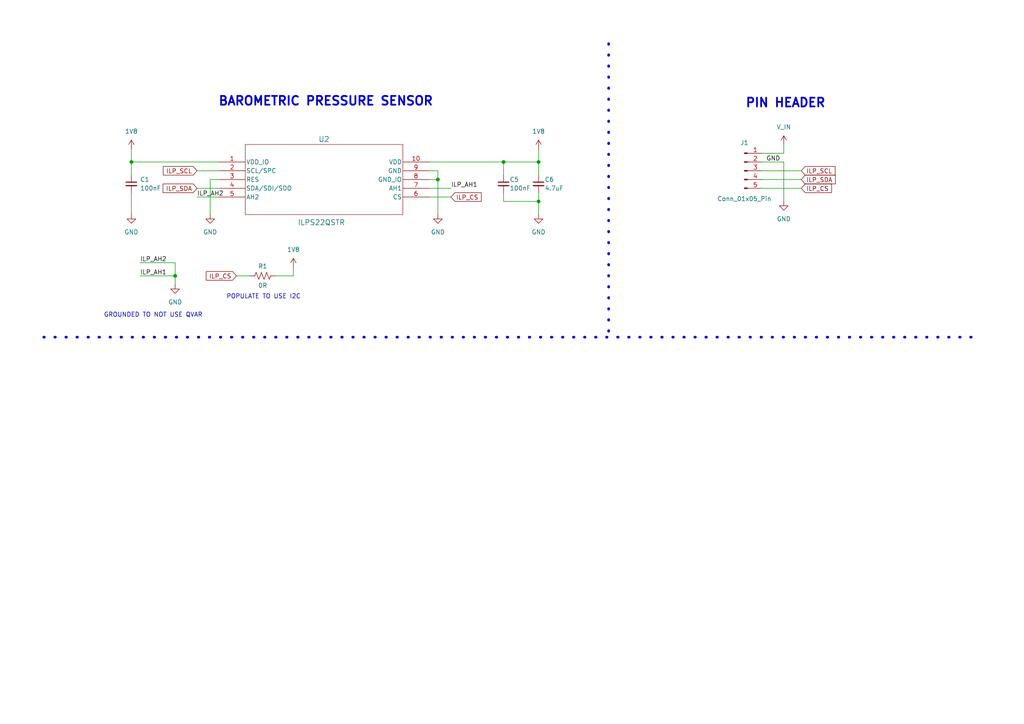
<source format=kicad_sch>
(kicad_sch
	(version 20231120)
	(generator "eeschema")
	(generator_version "8.0")
	(uuid "5690a5fb-50fb-4645-90f0-52ecc29482ab")
	(paper "A4")
	(lib_symbols
		(symbol "Connector:Conn_01x05_Pin"
			(pin_names
				(offset 1.016) hide)
			(exclude_from_sim no)
			(in_bom yes)
			(on_board yes)
			(property "Reference" "J"
				(at 0 7.62 0)
				(effects
					(font
						(size 1.27 1.27)
					)
				)
			)
			(property "Value" "Conn_01x05_Pin"
				(at 0 -7.62 0)
				(effects
					(font
						(size 1.27 1.27)
					)
				)
			)
			(property "Footprint" ""
				(at 0 0 0)
				(effects
					(font
						(size 1.27 1.27)
					)
					(hide yes)
				)
			)
			(property "Datasheet" "~"
				(at 0 0 0)
				(effects
					(font
						(size 1.27 1.27)
					)
					(hide yes)
				)
			)
			(property "Description" "Generic connector, single row, 01x05, script generated"
				(at 0 0 0)
				(effects
					(font
						(size 1.27 1.27)
					)
					(hide yes)
				)
			)
			(property "ki_locked" ""
				(at 0 0 0)
				(effects
					(font
						(size 1.27 1.27)
					)
				)
			)
			(property "ki_keywords" "connector"
				(at 0 0 0)
				(effects
					(font
						(size 1.27 1.27)
					)
					(hide yes)
				)
			)
			(property "ki_fp_filters" "Connector*:*_1x??_*"
				(at 0 0 0)
				(effects
					(font
						(size 1.27 1.27)
					)
					(hide yes)
				)
			)
			(symbol "Conn_01x05_Pin_1_1"
				(polyline
					(pts
						(xy 1.27 -5.08) (xy 0.8636 -5.08)
					)
					(stroke
						(width 0.1524)
						(type default)
					)
					(fill
						(type none)
					)
				)
				(polyline
					(pts
						(xy 1.27 -2.54) (xy 0.8636 -2.54)
					)
					(stroke
						(width 0.1524)
						(type default)
					)
					(fill
						(type none)
					)
				)
				(polyline
					(pts
						(xy 1.27 0) (xy 0.8636 0)
					)
					(stroke
						(width 0.1524)
						(type default)
					)
					(fill
						(type none)
					)
				)
				(polyline
					(pts
						(xy 1.27 2.54) (xy 0.8636 2.54)
					)
					(stroke
						(width 0.1524)
						(type default)
					)
					(fill
						(type none)
					)
				)
				(polyline
					(pts
						(xy 1.27 5.08) (xy 0.8636 5.08)
					)
					(stroke
						(width 0.1524)
						(type default)
					)
					(fill
						(type none)
					)
				)
				(rectangle
					(start 0.8636 -4.953)
					(end 0 -5.207)
					(stroke
						(width 0.1524)
						(type default)
					)
					(fill
						(type outline)
					)
				)
				(rectangle
					(start 0.8636 -2.413)
					(end 0 -2.667)
					(stroke
						(width 0.1524)
						(type default)
					)
					(fill
						(type outline)
					)
				)
				(rectangle
					(start 0.8636 0.127)
					(end 0 -0.127)
					(stroke
						(width 0.1524)
						(type default)
					)
					(fill
						(type outline)
					)
				)
				(rectangle
					(start 0.8636 2.667)
					(end 0 2.413)
					(stroke
						(width 0.1524)
						(type default)
					)
					(fill
						(type outline)
					)
				)
				(rectangle
					(start 0.8636 5.207)
					(end 0 4.953)
					(stroke
						(width 0.1524)
						(type default)
					)
					(fill
						(type outline)
					)
				)
				(pin passive line
					(at 5.08 5.08 180)
					(length 3.81)
					(name "Pin_1"
						(effects
							(font
								(size 1.27 1.27)
							)
						)
					)
					(number "1"
						(effects
							(font
								(size 1.27 1.27)
							)
						)
					)
				)
				(pin passive line
					(at 5.08 2.54 180)
					(length 3.81)
					(name "Pin_2"
						(effects
							(font
								(size 1.27 1.27)
							)
						)
					)
					(number "2"
						(effects
							(font
								(size 1.27 1.27)
							)
						)
					)
				)
				(pin passive line
					(at 5.08 0 180)
					(length 3.81)
					(name "Pin_3"
						(effects
							(font
								(size 1.27 1.27)
							)
						)
					)
					(number "3"
						(effects
							(font
								(size 1.27 1.27)
							)
						)
					)
				)
				(pin passive line
					(at 5.08 -2.54 180)
					(length 3.81)
					(name "Pin_4"
						(effects
							(font
								(size 1.27 1.27)
							)
						)
					)
					(number "4"
						(effects
							(font
								(size 1.27 1.27)
							)
						)
					)
				)
				(pin passive line
					(at 5.08 -5.08 180)
					(length 3.81)
					(name "Pin_5"
						(effects
							(font
								(size 1.27 1.27)
							)
						)
					)
					(number "5"
						(effects
							(font
								(size 1.27 1.27)
							)
						)
					)
				)
			)
		)
		(symbol "Device:C_Small"
			(pin_numbers hide)
			(pin_names
				(offset 0.254) hide)
			(exclude_from_sim no)
			(in_bom yes)
			(on_board yes)
			(property "Reference" "C"
				(at 0.254 1.778 0)
				(effects
					(font
						(size 1.27 1.27)
					)
					(justify left)
				)
			)
			(property "Value" "C_Small"
				(at 0.254 -2.032 0)
				(effects
					(font
						(size 1.27 1.27)
					)
					(justify left)
				)
			)
			(property "Footprint" ""
				(at 0 0 0)
				(effects
					(font
						(size 1.27 1.27)
					)
					(hide yes)
				)
			)
			(property "Datasheet" "~"
				(at 0 0 0)
				(effects
					(font
						(size 1.27 1.27)
					)
					(hide yes)
				)
			)
			(property "Description" "Unpolarized capacitor, small symbol"
				(at 0 0 0)
				(effects
					(font
						(size 1.27 1.27)
					)
					(hide yes)
				)
			)
			(property "ki_keywords" "capacitor cap"
				(at 0 0 0)
				(effects
					(font
						(size 1.27 1.27)
					)
					(hide yes)
				)
			)
			(property "ki_fp_filters" "C_*"
				(at 0 0 0)
				(effects
					(font
						(size 1.27 1.27)
					)
					(hide yes)
				)
			)
			(symbol "C_Small_0_1"
				(polyline
					(pts
						(xy -1.524 -0.508) (xy 1.524 -0.508)
					)
					(stroke
						(width 0.3302)
						(type default)
					)
					(fill
						(type none)
					)
				)
				(polyline
					(pts
						(xy -1.524 0.508) (xy 1.524 0.508)
					)
					(stroke
						(width 0.3048)
						(type default)
					)
					(fill
						(type none)
					)
				)
			)
			(symbol "C_Small_1_1"
				(pin passive line
					(at 0 2.54 270)
					(length 2.032)
					(name "~"
						(effects
							(font
								(size 1.27 1.27)
							)
						)
					)
					(number "1"
						(effects
							(font
								(size 1.27 1.27)
							)
						)
					)
				)
				(pin passive line
					(at 0 -2.54 90)
					(length 2.032)
					(name "~"
						(effects
							(font
								(size 1.27 1.27)
							)
						)
					)
					(number "2"
						(effects
							(font
								(size 1.27 1.27)
							)
						)
					)
				)
			)
		)
		(symbol "Device:R_US"
			(pin_numbers hide)
			(pin_names
				(offset 0)
			)
			(exclude_from_sim no)
			(in_bom yes)
			(on_board yes)
			(property "Reference" "R"
				(at 2.54 0 90)
				(effects
					(font
						(size 1.27 1.27)
					)
				)
			)
			(property "Value" "R_US"
				(at -2.54 0 90)
				(effects
					(font
						(size 1.27 1.27)
					)
				)
			)
			(property "Footprint" ""
				(at 1.016 -0.254 90)
				(effects
					(font
						(size 1.27 1.27)
					)
					(hide yes)
				)
			)
			(property "Datasheet" "~"
				(at 0 0 0)
				(effects
					(font
						(size 1.27 1.27)
					)
					(hide yes)
				)
			)
			(property "Description" "Resistor, US symbol"
				(at 0 0 0)
				(effects
					(font
						(size 1.27 1.27)
					)
					(hide yes)
				)
			)
			(property "ki_keywords" "R res resistor"
				(at 0 0 0)
				(effects
					(font
						(size 1.27 1.27)
					)
					(hide yes)
				)
			)
			(property "ki_fp_filters" "R_*"
				(at 0 0 0)
				(effects
					(font
						(size 1.27 1.27)
					)
					(hide yes)
				)
			)
			(symbol "R_US_0_1"
				(polyline
					(pts
						(xy 0 -2.286) (xy 0 -2.54)
					)
					(stroke
						(width 0)
						(type default)
					)
					(fill
						(type none)
					)
				)
				(polyline
					(pts
						(xy 0 2.286) (xy 0 2.54)
					)
					(stroke
						(width 0)
						(type default)
					)
					(fill
						(type none)
					)
				)
				(polyline
					(pts
						(xy 0 -0.762) (xy 1.016 -1.143) (xy 0 -1.524) (xy -1.016 -1.905) (xy 0 -2.286)
					)
					(stroke
						(width 0)
						(type default)
					)
					(fill
						(type none)
					)
				)
				(polyline
					(pts
						(xy 0 0.762) (xy 1.016 0.381) (xy 0 0) (xy -1.016 -0.381) (xy 0 -0.762)
					)
					(stroke
						(width 0)
						(type default)
					)
					(fill
						(type none)
					)
				)
				(polyline
					(pts
						(xy 0 2.286) (xy 1.016 1.905) (xy 0 1.524) (xy -1.016 1.143) (xy 0 0.762)
					)
					(stroke
						(width 0)
						(type default)
					)
					(fill
						(type none)
					)
				)
			)
			(symbol "R_US_1_1"
				(pin passive line
					(at 0 3.81 270)
					(length 1.27)
					(name "~"
						(effects
							(font
								(size 1.27 1.27)
							)
						)
					)
					(number "1"
						(effects
							(font
								(size 1.27 1.27)
							)
						)
					)
				)
				(pin passive line
					(at 0 -3.81 90)
					(length 1.27)
					(name "~"
						(effects
							(font
								(size 1.27 1.27)
							)
						)
					)
					(number "2"
						(effects
							(font
								(size 1.27 1.27)
							)
						)
					)
				)
			)
		)
		(symbol "ILPS22QSTR:ILPS22QSTR"
			(pin_names
				(offset 0.254)
			)
			(exclude_from_sim no)
			(in_bom yes)
			(on_board yes)
			(property "Reference" "U"
				(at 30.48 10.16 0)
				(effects
					(font
						(size 1.524 1.524)
					)
				)
			)
			(property "Value" "ILPS22QSTR"
				(at 30.48 7.62 0)
				(effects
					(font
						(size 1.524 1.524)
					)
				)
			)
			(property "Footprint" "HLGA_10L_STM"
				(at 0 0 0)
				(effects
					(font
						(size 1.27 1.27)
						(italic yes)
					)
					(hide yes)
				)
			)
			(property "Datasheet" "ILPS22QSTR"
				(at 0 0 0)
				(effects
					(font
						(size 1.27 1.27)
						(italic yes)
					)
					(hide yes)
				)
			)
			(property "Description" ""
				(at 0 0 0)
				(effects
					(font
						(size 1.27 1.27)
					)
					(hide yes)
				)
			)
			(property "ki_locked" ""
				(at 0 0 0)
				(effects
					(font
						(size 1.27 1.27)
					)
				)
			)
			(property "ki_keywords" "ILPS22QSTR"
				(at 0 0 0)
				(effects
					(font
						(size 1.27 1.27)
					)
					(hide yes)
				)
			)
			(property "ki_fp_filters" "HLGA_10L_STM HLGA_10L_STM-M HLGA_10L_STM-L"
				(at 0 0 0)
				(effects
					(font
						(size 1.27 1.27)
					)
					(hide yes)
				)
			)
			(symbol "ILPS22QSTR_0_1"
				(polyline
					(pts
						(xy 7.62 -15.24) (xy 53.34 -15.24)
					)
					(stroke
						(width 0.127)
						(type default)
					)
					(fill
						(type none)
					)
				)
				(polyline
					(pts
						(xy 7.62 5.08) (xy 7.62 -15.24)
					)
					(stroke
						(width 0.127)
						(type default)
					)
					(fill
						(type none)
					)
				)
				(polyline
					(pts
						(xy 53.34 -15.24) (xy 53.34 5.08)
					)
					(stroke
						(width 0.127)
						(type default)
					)
					(fill
						(type none)
					)
				)
				(polyline
					(pts
						(xy 53.34 5.08) (xy 7.62 5.08)
					)
					(stroke
						(width 0.127)
						(type default)
					)
					(fill
						(type none)
					)
				)
				(pin power_in line
					(at 0 0 0)
					(length 7.62)
					(name "VDD_IO"
						(effects
							(font
								(size 1.27 1.27)
							)
						)
					)
					(number "1"
						(effects
							(font
								(size 1.27 1.27)
							)
						)
					)
				)
				(pin power_in line
					(at 60.96 0 180)
					(length 7.62)
					(name "VDD"
						(effects
							(font
								(size 1.27 1.27)
							)
						)
					)
					(number "10"
						(effects
							(font
								(size 1.27 1.27)
							)
						)
					)
				)
				(pin input line
					(at 0 -2.54 0)
					(length 7.62)
					(name "SCL/SPC"
						(effects
							(font
								(size 1.27 1.27)
							)
						)
					)
					(number "2"
						(effects
							(font
								(size 1.27 1.27)
							)
						)
					)
				)
				(pin power_out line
					(at 0 -5.08 0)
					(length 7.62)
					(name "RES"
						(effects
							(font
								(size 1.27 1.27)
							)
						)
					)
					(number "3"
						(effects
							(font
								(size 1.27 1.27)
							)
						)
					)
				)
				(pin bidirectional line
					(at 0 -7.62 0)
					(length 7.62)
					(name "SDA/SDI/SDO"
						(effects
							(font
								(size 1.27 1.27)
							)
						)
					)
					(number "4"
						(effects
							(font
								(size 1.27 1.27)
							)
						)
					)
				)
				(pin bidirectional line
					(at 0 -10.16 0)
					(length 7.62)
					(name "AH2"
						(effects
							(font
								(size 1.27 1.27)
							)
						)
					)
					(number "5"
						(effects
							(font
								(size 1.27 1.27)
							)
						)
					)
				)
				(pin unspecified line
					(at 60.96 -10.16 180)
					(length 7.62)
					(name "CS"
						(effects
							(font
								(size 1.27 1.27)
							)
						)
					)
					(number "6"
						(effects
							(font
								(size 1.27 1.27)
							)
						)
					)
				)
				(pin bidirectional line
					(at 60.96 -7.62 180)
					(length 7.62)
					(name "AH1"
						(effects
							(font
								(size 1.27 1.27)
							)
						)
					)
					(number "7"
						(effects
							(font
								(size 1.27 1.27)
							)
						)
					)
				)
				(pin power_out line
					(at 60.96 -5.08 180)
					(length 7.62)
					(name "GND_IO"
						(effects
							(font
								(size 1.27 1.27)
							)
						)
					)
					(number "8"
						(effects
							(font
								(size 1.27 1.27)
							)
						)
					)
				)
				(pin power_out line
					(at 60.96 -2.54 180)
					(length 7.62)
					(name "GND"
						(effects
							(font
								(size 1.27 1.27)
							)
						)
					)
					(number "9"
						(effects
							(font
								(size 1.27 1.27)
							)
						)
					)
				)
			)
		)
		(symbol "power:+1V8"
			(power)
			(pin_numbers hide)
			(pin_names
				(offset 0) hide)
			(exclude_from_sim no)
			(in_bom yes)
			(on_board yes)
			(property "Reference" "#PWR"
				(at 0 -3.81 0)
				(effects
					(font
						(size 1.27 1.27)
					)
					(hide yes)
				)
			)
			(property "Value" "+1V8"
				(at 0 3.556 0)
				(effects
					(font
						(size 1.27 1.27)
					)
				)
			)
			(property "Footprint" ""
				(at 0 0 0)
				(effects
					(font
						(size 1.27 1.27)
					)
					(hide yes)
				)
			)
			(property "Datasheet" ""
				(at 0 0 0)
				(effects
					(font
						(size 1.27 1.27)
					)
					(hide yes)
				)
			)
			(property "Description" "Power symbol creates a global label with name \"+1V8\""
				(at 0 0 0)
				(effects
					(font
						(size 1.27 1.27)
					)
					(hide yes)
				)
			)
			(property "ki_keywords" "global power"
				(at 0 0 0)
				(effects
					(font
						(size 1.27 1.27)
					)
					(hide yes)
				)
			)
			(symbol "+1V8_0_1"
				(polyline
					(pts
						(xy -0.762 1.27) (xy 0 2.54)
					)
					(stroke
						(width 0)
						(type default)
					)
					(fill
						(type none)
					)
				)
				(polyline
					(pts
						(xy 0 0) (xy 0 2.54)
					)
					(stroke
						(width 0)
						(type default)
					)
					(fill
						(type none)
					)
				)
				(polyline
					(pts
						(xy 0 2.54) (xy 0.762 1.27)
					)
					(stroke
						(width 0)
						(type default)
					)
					(fill
						(type none)
					)
				)
			)
			(symbol "+1V8_1_1"
				(pin power_in line
					(at 0 0 90)
					(length 0)
					(name "~"
						(effects
							(font
								(size 1.27 1.27)
							)
						)
					)
					(number "1"
						(effects
							(font
								(size 1.27 1.27)
							)
						)
					)
				)
			)
		)
		(symbol "power:GND"
			(power)
			(pin_numbers hide)
			(pin_names
				(offset 0) hide)
			(exclude_from_sim no)
			(in_bom yes)
			(on_board yes)
			(property "Reference" "#PWR"
				(at 0 -6.35 0)
				(effects
					(font
						(size 1.27 1.27)
					)
					(hide yes)
				)
			)
			(property "Value" "GND"
				(at 0 -3.81 0)
				(effects
					(font
						(size 1.27 1.27)
					)
				)
			)
			(property "Footprint" ""
				(at 0 0 0)
				(effects
					(font
						(size 1.27 1.27)
					)
					(hide yes)
				)
			)
			(property "Datasheet" ""
				(at 0 0 0)
				(effects
					(font
						(size 1.27 1.27)
					)
					(hide yes)
				)
			)
			(property "Description" "Power symbol creates a global label with name \"GND\" , ground"
				(at 0 0 0)
				(effects
					(font
						(size 1.27 1.27)
					)
					(hide yes)
				)
			)
			(property "ki_keywords" "global power"
				(at 0 0 0)
				(effects
					(font
						(size 1.27 1.27)
					)
					(hide yes)
				)
			)
			(symbol "GND_0_1"
				(polyline
					(pts
						(xy 0 0) (xy 0 -1.27) (xy 1.27 -1.27) (xy 0 -2.54) (xy -1.27 -1.27) (xy 0 -1.27)
					)
					(stroke
						(width 0)
						(type default)
					)
					(fill
						(type none)
					)
				)
			)
			(symbol "GND_1_1"
				(pin power_in line
					(at 0 0 270)
					(length 0)
					(name "~"
						(effects
							(font
								(size 1.27 1.27)
							)
						)
					)
					(number "1"
						(effects
							(font
								(size 1.27 1.27)
							)
						)
					)
				)
			)
		)
	)
	(junction
		(at 127 52.07)
		(diameter 0)
		(color 0 0 0 0)
		(uuid "04e9018f-035c-46fb-9e83-224fbaa7e53c")
	)
	(junction
		(at 156.21 46.99)
		(diameter 0)
		(color 0 0 0 0)
		(uuid "1570064b-b189-4daf-a279-973bf36e4645")
	)
	(junction
		(at 146.05 46.99)
		(diameter 0)
		(color 0 0 0 0)
		(uuid "5e8c1a67-f183-4265-9f03-5297bc00f36f")
	)
	(junction
		(at 156.21 58.42)
		(diameter 0)
		(color 0 0 0 0)
		(uuid "641c25c8-68af-488a-9284-a912cf0e83f4")
	)
	(junction
		(at 50.8 80.01)
		(diameter 0)
		(color 0 0 0 0)
		(uuid "9ad8eb97-8013-41de-a58a-e268cc93b10c")
	)
	(junction
		(at 38.1 46.99)
		(diameter 0)
		(color 0 0 0 0)
		(uuid "a22a1f06-cbc3-4d5c-89ca-50ce119f2315")
	)
	(polyline
		(pts
			(xy 12.7 97.79) (xy 284.48 97.79)
		)
		(stroke
			(width 0.762)
			(type dot)
		)
		(uuid "01e96344-451d-4688-8416-7a8f223d620b")
	)
	(wire
		(pts
			(xy 38.1 46.99) (xy 38.1 50.8)
		)
		(stroke
			(width 0)
			(type default)
		)
		(uuid "0a45c7cc-1764-4c81-be5b-52d97fb9a0a1")
	)
	(wire
		(pts
			(xy 63.5 46.99) (xy 38.1 46.99)
		)
		(stroke
			(width 0)
			(type default)
		)
		(uuid "0b794b19-e53a-458d-902a-2dd2e677a2ee")
	)
	(wire
		(pts
			(xy 146.05 46.99) (xy 156.21 46.99)
		)
		(stroke
			(width 0)
			(type default)
		)
		(uuid "10907bbd-bdbf-4759-8896-e3f499ea812e")
	)
	(wire
		(pts
			(xy 85.09 80.01) (xy 85.09 77.47)
		)
		(stroke
			(width 0)
			(type default)
		)
		(uuid "11241824-f2b2-4b76-8eb8-1584993a9801")
	)
	(wire
		(pts
			(xy 38.1 55.88) (xy 38.1 62.23)
		)
		(stroke
			(width 0)
			(type default)
		)
		(uuid "2118c050-96d2-4822-93ac-afd7f7207c75")
	)
	(wire
		(pts
			(xy 127 49.53) (xy 127 52.07)
		)
		(stroke
			(width 0)
			(type default)
		)
		(uuid "231d04c3-f0e4-47bb-bb05-cdc1d1e5fe2b")
	)
	(wire
		(pts
			(xy 57.15 57.15) (xy 63.5 57.15)
		)
		(stroke
			(width 0)
			(type default)
		)
		(uuid "254226d0-bf40-47fb-96db-7afa6c486521")
	)
	(wire
		(pts
			(xy 220.98 49.53) (xy 232.41 49.53)
		)
		(stroke
			(width 0)
			(type default)
		)
		(uuid "26d1d421-26c3-48ef-9081-a648cadd27a4")
	)
	(wire
		(pts
			(xy 60.96 62.23) (xy 60.96 52.07)
		)
		(stroke
			(width 0)
			(type default)
		)
		(uuid "39135dca-28cc-4490-8886-c8f83beee9c0")
	)
	(wire
		(pts
			(xy 220.98 54.61) (xy 232.41 54.61)
		)
		(stroke
			(width 0)
			(type default)
		)
		(uuid "3daa0172-e9d4-44d1-b349-21dabf488889")
	)
	(wire
		(pts
			(xy 130.81 54.61) (xy 124.46 54.61)
		)
		(stroke
			(width 0)
			(type default)
		)
		(uuid "3fa25c42-3021-42b4-af08-6b4ad1981793")
	)
	(wire
		(pts
			(xy 227.33 46.99) (xy 227.33 58.42)
		)
		(stroke
			(width 0)
			(type default)
		)
		(uuid "478b2db7-9b33-4e21-a3a3-2843063ccb3f")
	)
	(wire
		(pts
			(xy 130.81 57.15) (xy 124.46 57.15)
		)
		(stroke
			(width 0)
			(type default)
		)
		(uuid "4e0bcbed-aa54-494e-893e-4fd6c4d224ca")
	)
	(wire
		(pts
			(xy 60.96 52.07) (xy 63.5 52.07)
		)
		(stroke
			(width 0)
			(type default)
		)
		(uuid "60487361-d533-4916-80d6-ed26d239d73c")
	)
	(wire
		(pts
			(xy 50.8 76.2) (xy 50.8 80.01)
		)
		(stroke
			(width 0)
			(type default)
		)
		(uuid "631a5ad8-cea8-4da5-a2be-1418a0257781")
	)
	(wire
		(pts
			(xy 127 52.07) (xy 127 62.23)
		)
		(stroke
			(width 0)
			(type default)
		)
		(uuid "72edf728-afc5-4665-b4e6-921d5051b8d6")
	)
	(wire
		(pts
			(xy 220.98 44.45) (xy 227.33 44.45)
		)
		(stroke
			(width 0)
			(type default)
		)
		(uuid "7ac94650-805b-43e6-8743-5bb6ae5d9666")
	)
	(wire
		(pts
			(xy 124.46 49.53) (xy 127 49.53)
		)
		(stroke
			(width 0)
			(type default)
		)
		(uuid "7cc09d96-4469-482d-bfc6-ea92e1b088a3")
	)
	(wire
		(pts
			(xy 40.64 80.01) (xy 50.8 80.01)
		)
		(stroke
			(width 0)
			(type default)
		)
		(uuid "9cae32c4-2326-4dfb-a4b5-ed6a5e5c1931")
	)
	(wire
		(pts
			(xy 227.33 44.45) (xy 227.33 41.91)
		)
		(stroke
			(width 0)
			(type default)
		)
		(uuid "9fec4928-8fec-4922-9018-9625b09886cd")
	)
	(wire
		(pts
			(xy 124.46 52.07) (xy 127 52.07)
		)
		(stroke
			(width 0)
			(type default)
		)
		(uuid "a21e8e4b-52db-4ece-b4b0-ed2fb378d100")
	)
	(wire
		(pts
			(xy 57.15 54.61) (xy 63.5 54.61)
		)
		(stroke
			(width 0)
			(type default)
		)
		(uuid "a29146ee-8978-4034-9cfe-8e741f04707d")
	)
	(wire
		(pts
			(xy 146.05 55.88) (xy 146.05 58.42)
		)
		(stroke
			(width 0)
			(type default)
		)
		(uuid "a4caa0f1-1a4e-43d3-8b9c-17fe3a1d784f")
	)
	(wire
		(pts
			(xy 220.98 52.07) (xy 232.41 52.07)
		)
		(stroke
			(width 0)
			(type default)
		)
		(uuid "ad32dd04-301b-4a44-8ee4-aca315076a62")
	)
	(wire
		(pts
			(xy 38.1 46.99) (xy 38.1 43.18)
		)
		(stroke
			(width 0)
			(type default)
		)
		(uuid "b0669fb9-0b4d-44e6-ab79-c3a53dd75eb8")
	)
	(wire
		(pts
			(xy 156.21 46.99) (xy 156.21 50.8)
		)
		(stroke
			(width 0)
			(type default)
		)
		(uuid "b625911e-fe92-4e41-814a-5b1c698e6f94")
	)
	(wire
		(pts
			(xy 220.98 46.99) (xy 227.33 46.99)
		)
		(stroke
			(width 0)
			(type default)
		)
		(uuid "b637ab2b-0260-48a4-9218-8ad1baac1bf0")
	)
	(wire
		(pts
			(xy 40.64 76.2) (xy 50.8 76.2)
		)
		(stroke
			(width 0)
			(type default)
		)
		(uuid "bfe90cb3-7b53-4076-bf74-de08d88636a9")
	)
	(wire
		(pts
			(xy 124.46 46.99) (xy 146.05 46.99)
		)
		(stroke
			(width 0)
			(type default)
		)
		(uuid "c07e3b38-6569-41bc-964e-9586a6dc8316")
	)
	(wire
		(pts
			(xy 156.21 55.88) (xy 156.21 58.42)
		)
		(stroke
			(width 0)
			(type default)
		)
		(uuid "ccb34a7e-ba89-4e9d-8ed0-3c425cf1e78f")
	)
	(wire
		(pts
			(xy 156.21 46.99) (xy 156.21 43.18)
		)
		(stroke
			(width 0)
			(type default)
		)
		(uuid "d48f29ec-14d0-4158-8ca1-324557335e1e")
	)
	(polyline
		(pts
			(xy 176.53 12.7) (xy 176.53 97.79)
		)
		(stroke
			(width 0.762)
			(type dot)
		)
		(uuid "d59a8608-f06e-4853-9574-70bf65053dd1")
	)
	(wire
		(pts
			(xy 80.01 80.01) (xy 85.09 80.01)
		)
		(stroke
			(width 0)
			(type default)
		)
		(uuid "d8fdd320-3e3a-4607-a1a8-468e7e2933d4")
	)
	(wire
		(pts
			(xy 68.58 80.01) (xy 72.39 80.01)
		)
		(stroke
			(width 0)
			(type default)
		)
		(uuid "de7617fb-b5ea-41a2-8222-5a5aae55133a")
	)
	(wire
		(pts
			(xy 146.05 58.42) (xy 156.21 58.42)
		)
		(stroke
			(width 0)
			(type default)
		)
		(uuid "e3c90299-a93a-4887-8ffb-f11bc04ca829")
	)
	(wire
		(pts
			(xy 146.05 46.99) (xy 146.05 50.8)
		)
		(stroke
			(width 0)
			(type default)
		)
		(uuid "e4277ce0-6e35-4e7e-b334-269547214ce7")
	)
	(wire
		(pts
			(xy 57.15 49.53) (xy 63.5 49.53)
		)
		(stroke
			(width 0)
			(type default)
		)
		(uuid "e518a413-e3ec-43cb-95d3-155397c39a48")
	)
	(wire
		(pts
			(xy 50.8 80.01) (xy 50.8 82.55)
		)
		(stroke
			(width 0)
			(type default)
		)
		(uuid "f0acb823-9c7a-43f2-afbc-c900b410a466")
	)
	(wire
		(pts
			(xy 156.21 58.42) (xy 156.21 62.23)
		)
		(stroke
			(width 0)
			(type default)
		)
		(uuid "f80cfb48-da0d-4840-9e69-4de1454e5e2b")
	)
	(text "GROUNDED TO NOT USE QVAR"
		(exclude_from_sim no)
		(at 44.45 91.44 0)
		(effects
			(font
				(size 1.27 1.27)
				(thickness 0.1588)
			)
		)
		(uuid "160ed400-5cec-43b8-b254-7acbe38dac1b")
	)
	(text "PIN HEADER"
		(exclude_from_sim no)
		(at 227.838 29.972 0)
		(effects
			(font
				(size 2.54 2.54)
				(thickness 0.508)
				(bold yes)
			)
		)
		(uuid "2abd0093-bc7c-4733-8b92-82e50c858f56")
	)
	(text "POPULATE TO USE I2C"
		(exclude_from_sim no)
		(at 76.454 86.106 0)
		(effects
			(font
				(size 1.27 1.27)
				(thickness 0.1588)
			)
		)
		(uuid "35b38c26-1be9-4770-a2db-c54c659e3485")
	)
	(text "BAROMETRIC PRESSURE SENSOR"
		(exclude_from_sim no)
		(at 94.488 29.464 0)
		(effects
			(font
				(size 2.54 2.54)
				(thickness 0.508)
				(bold yes)
			)
		)
		(uuid "9f6df56c-3748-4646-9c06-69f18adb8e20")
	)
	(label "GND"
		(at 222.25 46.99 0)
		(fields_autoplaced yes)
		(effects
			(font
				(size 1.27 1.27)
			)
			(justify left bottom)
		)
		(uuid "2bd4e40a-4376-4391-95d3-7a324abc1f90")
	)
	(label "ILP_AH2"
		(at 57.15 57.15 0)
		(fields_autoplaced yes)
		(effects
			(font
				(size 1.27 1.27)
			)
			(justify left bottom)
		)
		(uuid "3404c5da-90ae-4251-9e59-e66e75806cf6")
	)
	(label "ILP_AH1"
		(at 40.64 80.01 0)
		(fields_autoplaced yes)
		(effects
			(font
				(size 1.27 1.27)
			)
			(justify left bottom)
		)
		(uuid "4c04b521-e4e0-48f9-9152-9e726de9f595")
	)
	(label "ILP_AH2"
		(at 40.64 76.2 0)
		(fields_autoplaced yes)
		(effects
			(font
				(size 1.27 1.27)
			)
			(justify left bottom)
		)
		(uuid "7c17b8df-c205-4aae-a205-f93f28b48448")
	)
	(label "ILP_AH1"
		(at 130.81 54.61 0)
		(fields_autoplaced yes)
		(effects
			(font
				(size 1.27 1.27)
			)
			(justify left bottom)
		)
		(uuid "c45230bc-cd67-498c-be37-6bd7c027d2dc")
	)
	(global_label "ILP_CS"
		(shape input)
		(at 68.58 80.01 180)
		(fields_autoplaced yes)
		(effects
			(font
				(size 1.27 1.27)
			)
			(justify right)
		)
		(uuid "132febb2-50c1-4311-af5a-53dd6a9b6d7e")
		(property "Intersheetrefs" "${INTERSHEET_REFS}"
			(at 59.2448 80.01 0)
			(effects
				(font
					(size 1.27 1.27)
				)
				(justify right)
				(hide yes)
			)
		)
	)
	(global_label "ILP_CS"
		(shape input)
		(at 130.81 57.15 0)
		(fields_autoplaced yes)
		(effects
			(font
				(size 1.27 1.27)
			)
			(justify left)
		)
		(uuid "31b255d0-3abc-40dd-b9fa-fd95c155be60")
		(property "Intersheetrefs" "${INTERSHEET_REFS}"
			(at 140.1452 57.15 0)
			(effects
				(font
					(size 1.27 1.27)
				)
				(justify left)
				(hide yes)
			)
		)
	)
	(global_label "ILP_SDA"
		(shape input)
		(at 57.15 54.61 180)
		(fields_autoplaced yes)
		(effects
			(font
				(size 1.27 1.27)
			)
			(justify right)
		)
		(uuid "6be9af2b-9cb8-4197-a4d7-b843d9f551e5")
		(property "Intersheetrefs" "${INTERSHEET_REFS}"
			(at 46.7262 54.61 0)
			(effects
				(font
					(size 1.27 1.27)
				)
				(justify right)
				(hide yes)
			)
		)
	)
	(global_label "ILP_SDA"
		(shape input)
		(at 232.41 52.07 0)
		(fields_autoplaced yes)
		(effects
			(font
				(size 1.27 1.27)
			)
			(justify left)
		)
		(uuid "c06cf3fa-a550-4d58-856f-9f89f8856016")
		(property "Intersheetrefs" "${INTERSHEET_REFS}"
			(at 242.8338 52.07 0)
			(effects
				(font
					(size 1.27 1.27)
				)
				(justify left)
				(hide yes)
			)
		)
	)
	(global_label "ILP_CS"
		(shape input)
		(at 232.41 54.61 0)
		(fields_autoplaced yes)
		(effects
			(font
				(size 1.27 1.27)
			)
			(justify left)
		)
		(uuid "d0f6d58d-6089-416b-a5cf-2d42b8f8a59f")
		(property "Intersheetrefs" "${INTERSHEET_REFS}"
			(at 241.7452 54.61 0)
			(effects
				(font
					(size 1.27 1.27)
				)
				(justify left)
				(hide yes)
			)
		)
	)
	(global_label "ILP_SCL"
		(shape input)
		(at 232.41 49.53 0)
		(fields_autoplaced yes)
		(effects
			(font
				(size 1.27 1.27)
			)
			(justify left)
		)
		(uuid "d3a34c55-9fc7-48b5-b263-4028258e5cfc")
		(property "Intersheetrefs" "${INTERSHEET_REFS}"
			(at 242.7733 49.53 0)
			(effects
				(font
					(size 1.27 1.27)
				)
				(justify left)
				(hide yes)
			)
		)
	)
	(global_label "ILP_SCL"
		(shape input)
		(at 57.15 49.53 180)
		(fields_autoplaced yes)
		(effects
			(font
				(size 1.27 1.27)
			)
			(justify right)
		)
		(uuid "dd8216a6-6471-491d-a21b-f6054f4ffe20")
		(property "Intersheetrefs" "${INTERSHEET_REFS}"
			(at 46.7867 49.53 0)
			(effects
				(font
					(size 1.27 1.27)
				)
				(justify right)
				(hide yes)
			)
		)
	)
	(symbol
		(lib_id "power:GND")
		(at 156.21 62.23 0)
		(unit 1)
		(exclude_from_sim no)
		(in_bom yes)
		(on_board yes)
		(dnp no)
		(fields_autoplaced yes)
		(uuid "017a0fae-0cd5-4e94-98cc-530455c2c3ae")
		(property "Reference" "#PWR015"
			(at 156.21 68.58 0)
			(effects
				(font
					(size 1.27 1.27)
				)
				(hide yes)
			)
		)
		(property "Value" "GND"
			(at 156.21 67.31 0)
			(effects
				(font
					(size 1.27 1.27)
				)
			)
		)
		(property "Footprint" ""
			(at 156.21 62.23 0)
			(effects
				(font
					(size 1.27 1.27)
				)
				(hide yes)
			)
		)
		(property "Datasheet" ""
			(at 156.21 62.23 0)
			(effects
				(font
					(size 1.27 1.27)
				)
				(hide yes)
			)
		)
		(property "Description" "Power symbol creates a global label with name \"GND\" , ground"
			(at 156.21 62.23 0)
			(effects
				(font
					(size 1.27 1.27)
				)
				(hide yes)
			)
		)
		(pin "1"
			(uuid "3c522ba3-e9a6-4fd7-ad74-a17db8722b72")
		)
		(instances
			(project "Fallyx_EVK-RevA"
				(path "/c9ecf77f-e2c2-430e-a6fe-72307adaa202/8bf96942-5886-451e-ba97-84ff16f0a110"
					(reference "#PWR015")
					(unit 1)
				)
			)
		)
	)
	(symbol
		(lib_id "power:+1V8")
		(at 38.1 43.18 0)
		(unit 1)
		(exclude_from_sim no)
		(in_bom yes)
		(on_board yes)
		(dnp no)
		(fields_autoplaced yes)
		(uuid "064320a2-5eaf-47b9-870a-93e142da26be")
		(property "Reference" "#PWR01"
			(at 38.1 46.99 0)
			(effects
				(font
					(size 1.27 1.27)
				)
				(hide yes)
			)
		)
		(property "Value" "1V8"
			(at 38.1 38.1 0)
			(effects
				(font
					(size 1.27 1.27)
				)
			)
		)
		(property "Footprint" ""
			(at 38.1 43.18 0)
			(effects
				(font
					(size 1.27 1.27)
				)
				(hide yes)
			)
		)
		(property "Datasheet" ""
			(at 38.1 43.18 0)
			(effects
				(font
					(size 1.27 1.27)
				)
				(hide yes)
			)
		)
		(property "Description" "Power symbol creates a global label with name \"+1V8\""
			(at 38.1 43.18 0)
			(effects
				(font
					(size 1.27 1.27)
				)
				(hide yes)
			)
		)
		(pin "1"
			(uuid "5838fd85-3d9c-4833-b07b-f49a3dc86293")
		)
		(instances
			(project "Fallyx_EVK-RevA"
				(path "/c9ecf77f-e2c2-430e-a6fe-72307adaa202/8bf96942-5886-451e-ba97-84ff16f0a110"
					(reference "#PWR01")
					(unit 1)
				)
			)
		)
	)
	(symbol
		(lib_id "power:+1V8")
		(at 85.09 77.47 0)
		(unit 1)
		(exclude_from_sim no)
		(in_bom yes)
		(on_board yes)
		(dnp no)
		(fields_autoplaced yes)
		(uuid "0c281862-0ec3-4a0f-802e-521617db6807")
		(property "Reference" "#PWR08"
			(at 85.09 81.28 0)
			(effects
				(font
					(size 1.27 1.27)
				)
				(hide yes)
			)
		)
		(property "Value" "1V8"
			(at 85.09 72.39 0)
			(effects
				(font
					(size 1.27 1.27)
				)
			)
		)
		(property "Footprint" ""
			(at 85.09 77.47 0)
			(effects
				(font
					(size 1.27 1.27)
				)
				(hide yes)
			)
		)
		(property "Datasheet" ""
			(at 85.09 77.47 0)
			(effects
				(font
					(size 1.27 1.27)
				)
				(hide yes)
			)
		)
		(property "Description" "Power symbol creates a global label with name \"+1V8\""
			(at 85.09 77.47 0)
			(effects
				(font
					(size 1.27 1.27)
				)
				(hide yes)
			)
		)
		(pin "1"
			(uuid "0d45e280-ea40-4fff-a726-b45232e55822")
		)
		(instances
			(project "Fallyx_EVK-RevA"
				(path "/c9ecf77f-e2c2-430e-a6fe-72307adaa202/8bf96942-5886-451e-ba97-84ff16f0a110"
					(reference "#PWR08")
					(unit 1)
				)
			)
		)
	)
	(symbol
		(lib_id "Connector:Conn_01x05_Pin")
		(at 215.9 49.53 0)
		(unit 1)
		(exclude_from_sim no)
		(in_bom yes)
		(on_board yes)
		(dnp no)
		(uuid "1405efa1-b9d8-478c-9949-e0127e77ee5a")
		(property "Reference" "J1"
			(at 215.9 41.402 0)
			(effects
				(font
					(size 1.27 1.27)
				)
			)
		)
		(property "Value" "Conn_01x05_Pin"
			(at 215.9 57.658 0)
			(effects
				(font
					(size 1.27 1.27)
				)
			)
		)
		(property "Footprint" "Connector_PinHeader_2.54mm:PinHeader_1x05_P2.54mm_Vertical"
			(at 215.9 49.53 0)
			(effects
				(font
					(size 1.27 1.27)
				)
				(hide yes)
			)
		)
		(property "Datasheet" "~"
			(at 215.9 49.53 0)
			(effects
				(font
					(size 1.27 1.27)
				)
				(hide yes)
			)
		)
		(property "Description" "Generic connector, single row, 01x05, script generated"
			(at 215.9 49.53 0)
			(effects
				(font
					(size 1.27 1.27)
				)
				(hide yes)
			)
		)
		(pin "5"
			(uuid "520f4923-78bb-4cde-a363-9f8fd8af0957")
		)
		(pin "2"
			(uuid "4ef64131-f8b9-4625-83d7-894216ca726d")
		)
		(pin "3"
			(uuid "13e486d7-4446-4a59-bf32-d60988f4ea1d")
		)
		(pin "4"
			(uuid "be8e6853-d8a5-4181-8c17-6581358af834")
		)
		(pin "1"
			(uuid "60c3f043-5c48-4d25-a74a-7e6299e62fe8")
		)
		(instances
			(project "Fallyx_EVK-RevA"
				(path "/c9ecf77f-e2c2-430e-a6fe-72307adaa202/8bf96942-5886-451e-ba97-84ff16f0a110"
					(reference "J1")
					(unit 1)
				)
			)
		)
	)
	(symbol
		(lib_id "Device:R_US")
		(at 76.2 80.01 90)
		(unit 1)
		(exclude_from_sim no)
		(in_bom yes)
		(on_board yes)
		(dnp no)
		(uuid "3ff440f7-6fcf-4812-a42d-f2fba8778cb2")
		(property "Reference" "R1"
			(at 76.2 77.216 90)
			(effects
				(font
					(size 1.27 1.27)
				)
			)
		)
		(property "Value" "0R"
			(at 76.2 82.804 90)
			(effects
				(font
					(size 1.27 1.27)
				)
			)
		)
		(property "Footprint" "Resistor_SMD:R_0805_2012Metric"
			(at 76.454 78.994 90)
			(effects
				(font
					(size 1.27 1.27)
				)
				(hide yes)
			)
		)
		(property "Datasheet" "~"
			(at 76.2 80.01 0)
			(effects
				(font
					(size 1.27 1.27)
				)
				(hide yes)
			)
		)
		(property "Description" "Resistor, US symbol"
			(at 76.2 80.01 0)
			(effects
				(font
					(size 1.27 1.27)
				)
				(hide yes)
			)
		)
		(pin "2"
			(uuid "5fa29de3-3e70-4281-b11e-e755488df006")
		)
		(pin "1"
			(uuid "2adccfeb-c8e9-41b3-ad98-ea098e3e0115")
		)
		(instances
			(project "Fallyx_EVK-RevA"
				(path "/c9ecf77f-e2c2-430e-a6fe-72307adaa202/8bf96942-5886-451e-ba97-84ff16f0a110"
					(reference "R1")
					(unit 1)
				)
			)
		)
	)
	(symbol
		(lib_id "Device:C_Small")
		(at 38.1 53.34 0)
		(unit 1)
		(exclude_from_sim no)
		(in_bom yes)
		(on_board yes)
		(dnp no)
		(fields_autoplaced yes)
		(uuid "40e85bb7-7728-4797-a4d6-95e81b3208cc")
		(property "Reference" "C1"
			(at 40.64 52.0762 0)
			(effects
				(font
					(size 1.27 1.27)
				)
				(justify left)
			)
		)
		(property "Value" "100nF"
			(at 40.64 54.6162 0)
			(effects
				(font
					(size 1.27 1.27)
				)
				(justify left)
			)
		)
		(property "Footprint" "Capacitor_SMD:C_0603_1608Metric"
			(at 38.1 53.34 0)
			(effects
				(font
					(size 1.27 1.27)
				)
				(hide yes)
			)
		)
		(property "Datasheet" "~"
			(at 38.1 53.34 0)
			(effects
				(font
					(size 1.27 1.27)
				)
				(hide yes)
			)
		)
		(property "Description" "Unpolarized capacitor, small symbol"
			(at 38.1 53.34 0)
			(effects
				(font
					(size 1.27 1.27)
				)
				(hide yes)
			)
		)
		(pin "1"
			(uuid "b97baff9-7b9f-4f88-83ae-db6e80897210")
		)
		(pin "2"
			(uuid "3c8617e0-7eec-4b87-b28c-11b2b1ca7af1")
		)
		(instances
			(project "Fallyx_EVK-RevA"
				(path "/c9ecf77f-e2c2-430e-a6fe-72307adaa202/8bf96942-5886-451e-ba97-84ff16f0a110"
					(reference "C1")
					(unit 1)
				)
			)
		)
	)
	(symbol
		(lib_id "ILPS22QSTR:ILPS22QSTR")
		(at 63.5 46.99 0)
		(unit 1)
		(exclude_from_sim no)
		(in_bom yes)
		(on_board yes)
		(dnp no)
		(uuid "46514364-9131-4e51-84fb-d02123424476")
		(property "Reference" "U2"
			(at 93.98 40.386 0)
			(effects
				(font
					(size 1.524 1.524)
				)
			)
		)
		(property "Value" "ILPS22QSTR"
			(at 93.218 64.516 0)
			(effects
				(font
					(size 1.524 1.524)
				)
			)
		)
		(property "Footprint" "ILPS22QS:HLGA_10L_STM"
			(at 63.5 46.99 0)
			(effects
				(font
					(size 1.27 1.27)
					(italic yes)
				)
				(hide yes)
			)
		)
		(property "Datasheet" "ILPS22QSTR"
			(at 63.5 46.99 0)
			(effects
				(font
					(size 1.27 1.27)
					(italic yes)
				)
				(hide yes)
			)
		)
		(property "Description" ""
			(at 63.5 46.99 0)
			(effects
				(font
					(size 1.27 1.27)
				)
				(hide yes)
			)
		)
		(pin "7"
			(uuid "dcf5dd2f-ee09-4ca3-b290-61eff9c50fcd")
		)
		(pin "2"
			(uuid "79dfd8ab-6c78-4c9c-8053-71457dfb552f")
		)
		(pin "1"
			(uuid "f2d0d893-7980-4d99-93d4-fd0a0ca8428c")
		)
		(pin "8"
			(uuid "05f4cffc-44c9-4286-b638-66af6b84d211")
		)
		(pin "6"
			(uuid "cdb3c52b-c14c-4d16-9eb3-c22c771db696")
		)
		(pin "9"
			(uuid "d56d8165-ea6c-403a-a0c0-914397fa533e")
		)
		(pin "5"
			(uuid "4f5956eb-bdfc-442e-bb64-77597dcf9de7")
		)
		(pin "3"
			(uuid "2fe6ae73-ba8c-420b-a8ca-565f44e57779")
		)
		(pin "4"
			(uuid "ab8b2649-9b5b-4313-8bd1-b3d6cc3200ca")
		)
		(pin "10"
			(uuid "b6468554-1631-45c3-972e-c670321d37a8")
		)
		(instances
			(project "Fallyx_EVK-RevA"
				(path "/c9ecf77f-e2c2-430e-a6fe-72307adaa202/8bf96942-5886-451e-ba97-84ff16f0a110"
					(reference "U2")
					(unit 1)
				)
			)
		)
	)
	(symbol
		(lib_id "power:+1V8")
		(at 227.33 41.91 0)
		(unit 1)
		(exclude_from_sim no)
		(in_bom yes)
		(on_board yes)
		(dnp no)
		(fields_autoplaced yes)
		(uuid "4acfaaa0-80d8-454c-8d6f-a26b42e4942b")
		(property "Reference" "#PWR019"
			(at 227.33 45.72 0)
			(effects
				(font
					(size 1.27 1.27)
				)
				(hide yes)
			)
		)
		(property "Value" "V_IN"
			(at 227.33 36.83 0)
			(effects
				(font
					(size 1.27 1.27)
				)
			)
		)
		(property "Footprint" ""
			(at 227.33 41.91 0)
			(effects
				(font
					(size 1.27 1.27)
				)
				(hide yes)
			)
		)
		(property "Datasheet" ""
			(at 227.33 41.91 0)
			(effects
				(font
					(size 1.27 1.27)
				)
				(hide yes)
			)
		)
		(property "Description" "Power symbol creates a global label with name \"+1V8\""
			(at 227.33 41.91 0)
			(effects
				(font
					(size 1.27 1.27)
				)
				(hide yes)
			)
		)
		(pin "1"
			(uuid "b435081f-7901-49ce-af14-85906d944a0a")
		)
		(instances
			(project "Fallyx_EVK-RevA"
				(path "/c9ecf77f-e2c2-430e-a6fe-72307adaa202/8bf96942-5886-451e-ba97-84ff16f0a110"
					(reference "#PWR019")
					(unit 1)
				)
			)
		)
	)
	(symbol
		(lib_id "Device:C_Small")
		(at 146.05 53.34 0)
		(unit 1)
		(exclude_from_sim no)
		(in_bom yes)
		(on_board yes)
		(dnp no)
		(uuid "5fabb599-f2c1-4372-ba2f-30c5caa432ef")
		(property "Reference" "C5"
			(at 147.828 52.07 0)
			(effects
				(font
					(size 1.27 1.27)
				)
				(justify left)
			)
		)
		(property "Value" "100nF"
			(at 147.828 54.61 0)
			(effects
				(font
					(size 1.27 1.27)
				)
				(justify left)
			)
		)
		(property "Footprint" "Capacitor_SMD:C_0603_1608Metric"
			(at 146.05 53.34 0)
			(effects
				(font
					(size 1.27 1.27)
				)
				(hide yes)
			)
		)
		(property "Datasheet" "~"
			(at 146.05 53.34 0)
			(effects
				(font
					(size 1.27 1.27)
				)
				(hide yes)
			)
		)
		(property "Description" "Unpolarized capacitor, small symbol"
			(at 146.05 53.34 0)
			(effects
				(font
					(size 1.27 1.27)
				)
				(hide yes)
			)
		)
		(pin "1"
			(uuid "ee941895-46ef-4fb7-895a-542c613b1f68")
		)
		(pin "2"
			(uuid "e380d779-fe54-484c-953f-335cd54ee6a1")
		)
		(instances
			(project "Fallyx_EVK-RevA"
				(path "/c9ecf77f-e2c2-430e-a6fe-72307adaa202/8bf96942-5886-451e-ba97-84ff16f0a110"
					(reference "C5")
					(unit 1)
				)
			)
		)
	)
	(symbol
		(lib_id "power:GND")
		(at 127 62.23 0)
		(unit 1)
		(exclude_from_sim no)
		(in_bom yes)
		(on_board yes)
		(dnp no)
		(fields_autoplaced yes)
		(uuid "6b8f9b9f-e4e6-4dbb-9055-186ab4e81d76")
		(property "Reference" "#PWR011"
			(at 127 68.58 0)
			(effects
				(font
					(size 1.27 1.27)
				)
				(hide yes)
			)
		)
		(property "Value" "GND"
			(at 127 67.31 0)
			(effects
				(font
					(size 1.27 1.27)
				)
			)
		)
		(property "Footprint" ""
			(at 127 62.23 0)
			(effects
				(font
					(size 1.27 1.27)
				)
				(hide yes)
			)
		)
		(property "Datasheet" ""
			(at 127 62.23 0)
			(effects
				(font
					(size 1.27 1.27)
				)
				(hide yes)
			)
		)
		(property "Description" "Power symbol creates a global label with name \"GND\" , ground"
			(at 127 62.23 0)
			(effects
				(font
					(size 1.27 1.27)
				)
				(hide yes)
			)
		)
		(pin "1"
			(uuid "691049ae-3711-4f97-b763-1259f7fd7979")
		)
		(instances
			(project "Fallyx_EVK-RevA"
				(path "/c9ecf77f-e2c2-430e-a6fe-72307adaa202/8bf96942-5886-451e-ba97-84ff16f0a110"
					(reference "#PWR011")
					(unit 1)
				)
			)
		)
	)
	(symbol
		(lib_id "power:GND")
		(at 227.33 58.42 0)
		(unit 1)
		(exclude_from_sim no)
		(in_bom yes)
		(on_board yes)
		(dnp no)
		(fields_autoplaced yes)
		(uuid "9b335373-b711-4fdd-9102-f9f41cf251af")
		(property "Reference" "#PWR018"
			(at 227.33 64.77 0)
			(effects
				(font
					(size 1.27 1.27)
				)
				(hide yes)
			)
		)
		(property "Value" "GND"
			(at 227.33 63.5 0)
			(effects
				(font
					(size 1.27 1.27)
				)
			)
		)
		(property "Footprint" ""
			(at 227.33 58.42 0)
			(effects
				(font
					(size 1.27 1.27)
				)
				(hide yes)
			)
		)
		(property "Datasheet" ""
			(at 227.33 58.42 0)
			(effects
				(font
					(size 1.27 1.27)
				)
				(hide yes)
			)
		)
		(property "Description" "Power symbol creates a global label with name \"GND\" , ground"
			(at 227.33 58.42 0)
			(effects
				(font
					(size 1.27 1.27)
				)
				(hide yes)
			)
		)
		(pin "1"
			(uuid "be2be93c-db1f-4536-ac09-49f59e19f28f")
		)
		(instances
			(project "Fallyx_EVK-RevA"
				(path "/c9ecf77f-e2c2-430e-a6fe-72307adaa202/8bf96942-5886-451e-ba97-84ff16f0a110"
					(reference "#PWR018")
					(unit 1)
				)
			)
		)
	)
	(symbol
		(lib_id "power:+1V8")
		(at 156.21 43.18 0)
		(unit 1)
		(exclude_from_sim no)
		(in_bom yes)
		(on_board yes)
		(dnp no)
		(fields_autoplaced yes)
		(uuid "ad7208f0-8c73-42d6-b99f-642e5f181d4b")
		(property "Reference" "#PWR014"
			(at 156.21 46.99 0)
			(effects
				(font
					(size 1.27 1.27)
				)
				(hide yes)
			)
		)
		(property "Value" "1V8"
			(at 156.21 38.1 0)
			(effects
				(font
					(size 1.27 1.27)
				)
			)
		)
		(property "Footprint" ""
			(at 156.21 43.18 0)
			(effects
				(font
					(size 1.27 1.27)
				)
				(hide yes)
			)
		)
		(property "Datasheet" ""
			(at 156.21 43.18 0)
			(effects
				(font
					(size 1.27 1.27)
				)
				(hide yes)
			)
		)
		(property "Description" "Power symbol creates a global label with name \"+1V8\""
			(at 156.21 43.18 0)
			(effects
				(font
					(size 1.27 1.27)
				)
				(hide yes)
			)
		)
		(pin "1"
			(uuid "b96cfa89-b5fc-490d-8823-dbad8b76539e")
		)
		(instances
			(project "Fallyx_EVK-RevA"
				(path "/c9ecf77f-e2c2-430e-a6fe-72307adaa202/8bf96942-5886-451e-ba97-84ff16f0a110"
					(reference "#PWR014")
					(unit 1)
				)
			)
		)
	)
	(symbol
		(lib_id "power:GND")
		(at 60.96 62.23 0)
		(unit 1)
		(exclude_from_sim no)
		(in_bom yes)
		(on_board yes)
		(dnp no)
		(fields_autoplaced yes)
		(uuid "b6085529-8c35-4803-8ed6-ca1931fc997c")
		(property "Reference" "#PWR07"
			(at 60.96 68.58 0)
			(effects
				(font
					(size 1.27 1.27)
				)
				(hide yes)
			)
		)
		(property "Value" "GND"
			(at 60.96 67.31 0)
			(effects
				(font
					(size 1.27 1.27)
				)
			)
		)
		(property "Footprint" ""
			(at 60.96 62.23 0)
			(effects
				(font
					(size 1.27 1.27)
				)
				(hide yes)
			)
		)
		(property "Datasheet" ""
			(at 60.96 62.23 0)
			(effects
				(font
					(size 1.27 1.27)
				)
				(hide yes)
			)
		)
		(property "Description" "Power symbol creates a global label with name \"GND\" , ground"
			(at 60.96 62.23 0)
			(effects
				(font
					(size 1.27 1.27)
				)
				(hide yes)
			)
		)
		(pin "1"
			(uuid "23f63c4f-d480-47c9-aa3b-d85586bb55f5")
		)
		(instances
			(project "Fallyx_EVK-RevA"
				(path "/c9ecf77f-e2c2-430e-a6fe-72307adaa202/8bf96942-5886-451e-ba97-84ff16f0a110"
					(reference "#PWR07")
					(unit 1)
				)
			)
		)
	)
	(symbol
		(lib_id "power:GND")
		(at 38.1 62.23 0)
		(unit 1)
		(exclude_from_sim no)
		(in_bom yes)
		(on_board yes)
		(dnp no)
		(fields_autoplaced yes)
		(uuid "d2ab7902-65ea-4a99-8ece-4350ebe9889c")
		(property "Reference" "#PWR02"
			(at 38.1 68.58 0)
			(effects
				(font
					(size 1.27 1.27)
				)
				(hide yes)
			)
		)
		(property "Value" "GND"
			(at 38.1 67.31 0)
			(effects
				(font
					(size 1.27 1.27)
				)
			)
		)
		(property "Footprint" ""
			(at 38.1 62.23 0)
			(effects
				(font
					(size 1.27 1.27)
				)
				(hide yes)
			)
		)
		(property "Datasheet" ""
			(at 38.1 62.23 0)
			(effects
				(font
					(size 1.27 1.27)
				)
				(hide yes)
			)
		)
		(property "Description" "Power symbol creates a global label with name \"GND\" , ground"
			(at 38.1 62.23 0)
			(effects
				(font
					(size 1.27 1.27)
				)
				(hide yes)
			)
		)
		(pin "1"
			(uuid "8ffade18-3b36-43a5-93a7-32e55447f30e")
		)
		(instances
			(project "Fallyx_EVK-RevA"
				(path "/c9ecf77f-e2c2-430e-a6fe-72307adaa202/8bf96942-5886-451e-ba97-84ff16f0a110"
					(reference "#PWR02")
					(unit 1)
				)
			)
		)
	)
	(symbol
		(lib_id "Device:C_Small")
		(at 156.21 53.34 0)
		(unit 1)
		(exclude_from_sim no)
		(in_bom yes)
		(on_board yes)
		(dnp no)
		(uuid "f00cb531-b159-4af6-92f6-332d04ebeb38")
		(property "Reference" "C6"
			(at 157.988 52.07 0)
			(effects
				(font
					(size 1.27 1.27)
				)
				(justify left)
			)
		)
		(property "Value" "4.7uF"
			(at 157.988 54.61 0)
			(effects
				(font
					(size 1.27 1.27)
				)
				(justify left)
			)
		)
		(property "Footprint" "Capacitor_SMD:C_0603_1608Metric"
			(at 156.21 53.34 0)
			(effects
				(font
					(size 1.27 1.27)
				)
				(hide yes)
			)
		)
		(property "Datasheet" "~"
			(at 156.21 53.34 0)
			(effects
				(font
					(size 1.27 1.27)
				)
				(hide yes)
			)
		)
		(property "Description" "Unpolarized capacitor, small symbol"
			(at 156.21 53.34 0)
			(effects
				(font
					(size 1.27 1.27)
				)
				(hide yes)
			)
		)
		(pin "1"
			(uuid "18f8730b-ed1e-4ff7-94c8-fbf804d08296")
		)
		(pin "2"
			(uuid "cb721873-744f-4323-b807-08e7351d176f")
		)
		(instances
			(project "Fallyx_EVK-RevA"
				(path "/c9ecf77f-e2c2-430e-a6fe-72307adaa202/8bf96942-5886-451e-ba97-84ff16f0a110"
					(reference "C6")
					(unit 1)
				)
			)
		)
	)
	(symbol
		(lib_id "power:GND")
		(at 50.8 82.55 0)
		(unit 1)
		(exclude_from_sim no)
		(in_bom yes)
		(on_board yes)
		(dnp no)
		(fields_autoplaced yes)
		(uuid "f6f45904-8edb-45f9-a341-dded059d3a50")
		(property "Reference" "#PWR05"
			(at 50.8 88.9 0)
			(effects
				(font
					(size 1.27 1.27)
				)
				(hide yes)
			)
		)
		(property "Value" "GND"
			(at 50.8 87.63 0)
			(effects
				(font
					(size 1.27 1.27)
				)
			)
		)
		(property "Footprint" ""
			(at 50.8 82.55 0)
			(effects
				(font
					(size 1.27 1.27)
				)
				(hide yes)
			)
		)
		(property "Datasheet" ""
			(at 50.8 82.55 0)
			(effects
				(font
					(size 1.27 1.27)
				)
				(hide yes)
			)
		)
		(property "Description" "Power symbol creates a global label with name \"GND\" , ground"
			(at 50.8 82.55 0)
			(effects
				(font
					(size 1.27 1.27)
				)
				(hide yes)
			)
		)
		(pin "1"
			(uuid "23e1498d-5428-4313-ac9e-f674011729d6")
		)
		(instances
			(project "Fallyx_EVK-RevA"
				(path "/c9ecf77f-e2c2-430e-a6fe-72307adaa202/8bf96942-5886-451e-ba97-84ff16f0a110"
					(reference "#PWR05")
					(unit 1)
				)
			)
		)
	)
)

</source>
